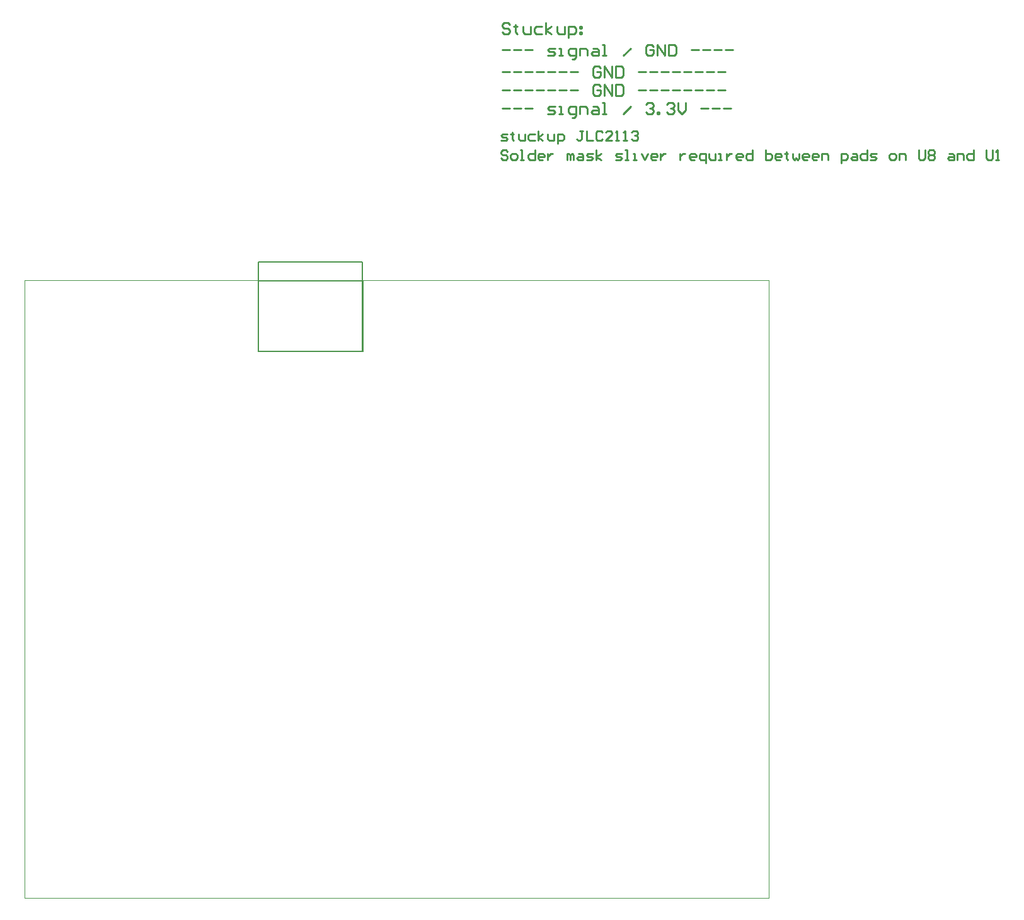
<source format=gm1>
G04*
G04 #@! TF.GenerationSoftware,Altium Limited,Altium Designer,19.0.9 (268)*
G04*
G04 Layer_Color=16711935*
%FSLAX25Y25*%
%MOIN*%
G70*
G01*
G75*
%ADD16C,0.01000*%
%ADD18C,0.00394*%
%ADD106C,0.00500*%
D16*
X256455Y135525D02*
X255456Y136525D01*
X253456D01*
X252457Y135525D01*
Y134525D01*
X253456Y133526D01*
X255456D01*
X256455Y132526D01*
Y131526D01*
X255456Y130526D01*
X253456D01*
X252457Y131526D01*
X259454Y135525D02*
Y134525D01*
X258455D01*
X260454D01*
X259454D01*
Y131526D01*
X260454Y130526D01*
X263453Y134525D02*
Y131526D01*
X264453Y130526D01*
X267452D01*
Y134525D01*
X273450D02*
X270451D01*
X269451Y133526D01*
Y131526D01*
X270451Y130526D01*
X273450D01*
X275449D02*
Y136525D01*
Y132526D02*
X278448Y134525D01*
X275449Y132526D02*
X278448Y130526D01*
X281447Y134525D02*
Y131526D01*
X282447Y130526D01*
X285446D01*
Y134525D01*
X287445Y128527D02*
Y134525D01*
X290444D01*
X291444Y133526D01*
Y131526D01*
X290444Y130526D01*
X287445D01*
X293443Y134525D02*
X294443D01*
Y133526D01*
X293443D01*
Y134525D01*
Y131526D02*
X294443D01*
Y130526D01*
X293443D01*
Y131526D01*
X252457Y121929D02*
X256455D01*
X258455D02*
X262454D01*
X264453D02*
X268451D01*
X276449Y118930D02*
X279448D01*
X280448Y119929D01*
X279448Y120929D01*
X277449D01*
X276449Y121929D01*
X277449Y122928D01*
X280448D01*
X282447Y118930D02*
X284446D01*
X283447D01*
Y122928D01*
X282447D01*
X289445Y116930D02*
X290444D01*
X291444Y117930D01*
Y122928D01*
X288445D01*
X287445Y121929D01*
Y119929D01*
X288445Y118930D01*
X291444D01*
X293443D02*
Y122928D01*
X296443D01*
X297442Y121929D01*
Y118930D01*
X300441Y122928D02*
X302441D01*
X303440Y121929D01*
Y118930D01*
X300441D01*
X299442Y119929D01*
X300441Y120929D01*
X303440D01*
X305440Y118930D02*
X307439D01*
X306439D01*
Y124928D01*
X305440D01*
X316436Y118930D02*
X320435Y122928D01*
X332431Y123928D02*
X331431Y124928D01*
X329432D01*
X328432Y123928D01*
Y119929D01*
X329432Y118930D01*
X331431D01*
X332431Y119929D01*
Y121929D01*
X330432D01*
X334430Y118930D02*
Y124928D01*
X338429Y118930D01*
Y124928D01*
X340428D02*
Y118930D01*
X343427D01*
X344427Y119929D01*
Y123928D01*
X343427Y124928D01*
X340428D01*
X352424Y121929D02*
X356423D01*
X358422D02*
X362421D01*
X364421D02*
X368419D01*
X370419D02*
X374417D01*
X252457Y110331D02*
X256455D01*
X258455D02*
X262454D01*
X264453D02*
X268451D01*
X270451D02*
X274450D01*
X276449D02*
X280448D01*
X282447D02*
X286446D01*
X288445D02*
X292444D01*
X304440Y112331D02*
X303440Y113330D01*
X301441D01*
X300441Y112331D01*
Y108332D01*
X301441Y107333D01*
X303440D01*
X304440Y108332D01*
Y110331D01*
X302441D01*
X306439Y107333D02*
Y113330D01*
X310438Y107333D01*
Y113330D01*
X312437D02*
Y107333D01*
X315436D01*
X316436Y108332D01*
Y112331D01*
X315436Y113330D01*
X312437D01*
X324433Y110331D02*
X328432D01*
X330432D02*
X334430D01*
X336430D02*
X340428D01*
X342428D02*
X346426D01*
X348426D02*
X352424D01*
X354424D02*
X358422D01*
X360422D02*
X364421D01*
X366420D02*
X370419D01*
X252457Y100734D02*
X256455D01*
X258455D02*
X262454D01*
X264453D02*
X268451D01*
X270451D02*
X274450D01*
X276449D02*
X280448D01*
X282447D02*
X286446D01*
X288445D02*
X292444D01*
X304440Y102733D02*
X303440Y103733D01*
X301441D01*
X300441Y102733D01*
Y98734D01*
X301441Y97735D01*
X303440D01*
X304440Y98734D01*
Y100734D01*
X302441D01*
X306439Y97735D02*
Y103733D01*
X310438Y97735D01*
Y103733D01*
X312437D02*
Y97735D01*
X315436D01*
X316436Y98734D01*
Y102733D01*
X315436Y103733D01*
X312437D01*
X324433Y100734D02*
X328432D01*
X330432D02*
X334430D01*
X336430D02*
X340428D01*
X342428D02*
X346426D01*
X348426D02*
X352424D01*
X354424D02*
X358422D01*
X360422D02*
X364421D01*
X366420D02*
X370419D01*
X252457Y91136D02*
X256455D01*
X258455D02*
X262454D01*
X264453D02*
X268451D01*
X276449Y88137D02*
X279448D01*
X280448Y89137D01*
X279448Y90136D01*
X277449D01*
X276449Y91136D01*
X277449Y92136D01*
X280448D01*
X282447Y88137D02*
X284446D01*
X283447D01*
Y92136D01*
X282447D01*
X289445Y86138D02*
X290444D01*
X291444Y87138D01*
Y92136D01*
X288445D01*
X287445Y91136D01*
Y89137D01*
X288445Y88137D01*
X291444D01*
X293443D02*
Y92136D01*
X296443D01*
X297442Y91136D01*
Y88137D01*
X300441Y92136D02*
X302441D01*
X303440Y91136D01*
Y88137D01*
X300441D01*
X299442Y89137D01*
X300441Y90136D01*
X303440D01*
X305440Y88137D02*
X307439D01*
X306439D01*
Y94135D01*
X305440D01*
X316436Y88137D02*
X320435Y92136D01*
X328432Y93135D02*
X329432Y94135D01*
X331431D01*
X332431Y93135D01*
Y92136D01*
X331431Y91136D01*
X330432D01*
X331431D01*
X332431Y90136D01*
Y89137D01*
X331431Y88137D01*
X329432D01*
X328432Y89137D01*
X334430Y88137D02*
Y89137D01*
X335430D01*
Y88137D01*
X334430D01*
X339428Y93135D02*
X340428Y94135D01*
X342428D01*
X343427Y93135D01*
Y92136D01*
X342428Y91136D01*
X341428D01*
X342428D01*
X343427Y90136D01*
Y89137D01*
X342428Y88137D01*
X340428D01*
X339428Y89137D01*
X345427Y94135D02*
Y90136D01*
X347426Y88137D01*
X349425Y90136D01*
Y94135D01*
X357423Y91136D02*
X361421D01*
X363421D02*
X367420D01*
X369419D02*
X373418D01*
X251886Y74073D02*
X254444D01*
X255297Y74926D01*
X254444Y75778D01*
X252739D01*
X251886Y76631D01*
X252739Y77484D01*
X255297D01*
X257855Y78337D02*
Y77484D01*
X257002D01*
X258708D01*
X257855D01*
Y74926D01*
X258708Y74073D01*
X261266Y77484D02*
Y74926D01*
X262119Y74073D01*
X264677D01*
Y77484D01*
X269793D02*
X267235D01*
X266383Y76631D01*
Y74926D01*
X267235Y74073D01*
X269793D01*
X271499D02*
Y79189D01*
Y75778D02*
X274057Y77484D01*
X271499Y75778D02*
X274057Y74073D01*
X276615Y77484D02*
Y74926D01*
X277468Y74073D01*
X280026D01*
Y77484D01*
X281732Y72367D02*
Y77484D01*
X284290D01*
X285143Y76631D01*
Y74926D01*
X284290Y74073D01*
X281732D01*
X295376Y79189D02*
X293670D01*
X294523D01*
Y74926D01*
X293670Y74073D01*
X292817D01*
X291965Y74926D01*
X297081Y79189D02*
Y74073D01*
X300492D01*
X305609Y78337D02*
X304756Y79189D01*
X303050D01*
X302198Y78337D01*
Y74926D01*
X303050Y74073D01*
X304756D01*
X305609Y74926D01*
X310725Y74073D02*
X307314D01*
X310725Y77484D01*
Y78337D01*
X309872Y79189D01*
X308167D01*
X307314Y78337D01*
X312431Y74073D02*
X314136D01*
X313283D01*
Y79189D01*
X312431Y78337D01*
X316694Y74073D02*
X318400D01*
X317547D01*
Y79189D01*
X316694Y78337D01*
X320958D02*
X321811Y79189D01*
X323516D01*
X324369Y78337D01*
Y77484D01*
X323516Y76631D01*
X322663D01*
X323516D01*
X324369Y75778D01*
Y74926D01*
X323516Y74073D01*
X321811D01*
X320958Y74926D01*
X255297Y68091D02*
X254444Y68944D01*
X252739D01*
X251886Y68091D01*
Y67238D01*
X252739Y66386D01*
X254444D01*
X255297Y65533D01*
Y64680D01*
X254444Y63828D01*
X252739D01*
X251886Y64680D01*
X257855Y63828D02*
X259560D01*
X260413Y64680D01*
Y66386D01*
X259560Y67238D01*
X257855D01*
X257002Y66386D01*
Y64680D01*
X257855Y63828D01*
X262119D02*
X263824D01*
X262971D01*
Y68944D01*
X262119D01*
X269793D02*
Y63828D01*
X267235D01*
X266383Y64680D01*
Y66386D01*
X267235Y67238D01*
X269793D01*
X274057Y63828D02*
X272352D01*
X271499Y64680D01*
Y66386D01*
X272352Y67238D01*
X274057D01*
X274910Y66386D01*
Y65533D01*
X271499D01*
X276615Y67238D02*
Y63828D01*
Y65533D01*
X277468Y66386D01*
X278321Y67238D01*
X279174D01*
X286848Y63828D02*
Y67238D01*
X287701D01*
X288554Y66386D01*
Y63828D01*
Y66386D01*
X289406Y67238D01*
X290259Y66386D01*
Y63828D01*
X292817Y67238D02*
X294523D01*
X295376Y66386D01*
Y63828D01*
X292817D01*
X291965Y64680D01*
X292817Y65533D01*
X295376D01*
X297081Y63828D02*
X299639D01*
X300492Y64680D01*
X299639Y65533D01*
X297934D01*
X297081Y66386D01*
X297934Y67238D01*
X300492D01*
X302198Y63828D02*
Y68944D01*
Y65533D02*
X304756Y67238D01*
X302198Y65533D02*
X304756Y63828D01*
X312431D02*
X314989D01*
X315842Y64680D01*
X314989Y65533D01*
X313283D01*
X312431Y66386D01*
X313283Y67238D01*
X315842D01*
X317547Y63828D02*
X319253D01*
X318400D01*
Y68944D01*
X317547D01*
X321811Y63828D02*
X323516D01*
X322663D01*
Y67238D01*
X321811D01*
X326075D02*
X327780Y63828D01*
X329485Y67238D01*
X333749Y63828D02*
X332044D01*
X331191Y64680D01*
Y66386D01*
X332044Y67238D01*
X333749D01*
X334602Y66386D01*
Y65533D01*
X331191D01*
X336307Y67238D02*
Y63828D01*
Y65533D01*
X337160Y66386D01*
X338013Y67238D01*
X338866D01*
X346540D02*
Y63828D01*
Y65533D01*
X347393Y66386D01*
X348246Y67238D01*
X349098D01*
X354215Y63828D02*
X352509D01*
X351657Y64680D01*
Y66386D01*
X352509Y67238D01*
X354215D01*
X355068Y66386D01*
Y65533D01*
X351657D01*
X360184Y62122D02*
Y67238D01*
X357626D01*
X356773Y66386D01*
Y64680D01*
X357626Y63828D01*
X360184D01*
X361890Y67238D02*
Y64680D01*
X362742Y63828D01*
X365301D01*
Y67238D01*
X367006Y63828D02*
X368712D01*
X367859D01*
Y67238D01*
X367006D01*
X371270D02*
Y63828D01*
Y65533D01*
X372123Y66386D01*
X372975Y67238D01*
X373828D01*
X378945Y63828D02*
X377239D01*
X376386Y64680D01*
Y66386D01*
X377239Y67238D01*
X378945D01*
X379797Y66386D01*
Y65533D01*
X376386D01*
X384914Y68944D02*
Y63828D01*
X382355D01*
X381503Y64680D01*
Y66386D01*
X382355Y67238D01*
X384914D01*
X391736Y68944D02*
Y63828D01*
X394294D01*
X395147Y64680D01*
Y65533D01*
Y66386D01*
X394294Y67238D01*
X391736D01*
X399410Y63828D02*
X397705D01*
X396852Y64680D01*
Y66386D01*
X397705Y67238D01*
X399410D01*
X400263Y66386D01*
Y65533D01*
X396852D01*
X402821Y68091D02*
Y67238D01*
X401969D01*
X403674D01*
X402821D01*
Y64680D01*
X403674Y63828D01*
X406232Y67238D02*
Y64680D01*
X407085Y63828D01*
X407938Y64680D01*
X408791Y63828D01*
X409643Y64680D01*
Y67238D01*
X413907Y63828D02*
X412201D01*
X411349Y64680D01*
Y66386D01*
X412201Y67238D01*
X413907D01*
X414760Y66386D01*
Y65533D01*
X411349D01*
X419024Y63828D02*
X417318D01*
X416465Y64680D01*
Y66386D01*
X417318Y67238D01*
X419024D01*
X419876Y66386D01*
Y65533D01*
X416465D01*
X421582Y63828D02*
Y67238D01*
X424140D01*
X424993Y66386D01*
Y63828D01*
X431815Y62122D02*
Y67238D01*
X434373D01*
X435226Y66386D01*
Y64680D01*
X434373Y63828D01*
X431815D01*
X437784Y67238D02*
X439489D01*
X440342Y66386D01*
Y63828D01*
X437784D01*
X436931Y64680D01*
X437784Y65533D01*
X440342D01*
X445459Y68944D02*
Y63828D01*
X442900D01*
X442048Y64680D01*
Y66386D01*
X442900Y67238D01*
X445459D01*
X447164Y63828D02*
X449722D01*
X450575Y64680D01*
X449722Y65533D01*
X448017D01*
X447164Y66386D01*
X448017Y67238D01*
X450575D01*
X458250Y63828D02*
X459955D01*
X460808Y64680D01*
Y66386D01*
X459955Y67238D01*
X458250D01*
X457397Y66386D01*
Y64680D01*
X458250Y63828D01*
X462513D02*
Y67238D01*
X465072D01*
X465924Y66386D01*
Y63828D01*
X472746Y68944D02*
Y64680D01*
X473599Y63828D01*
X475305D01*
X476157Y64680D01*
Y68944D01*
X477863Y68091D02*
X478716Y68944D01*
X480421D01*
X481274Y68091D01*
Y67238D01*
X480421Y66386D01*
X481274Y65533D01*
Y64680D01*
X480421Y63828D01*
X478716D01*
X477863Y64680D01*
Y65533D01*
X478716Y66386D01*
X477863Y67238D01*
Y68091D01*
X478716Y66386D02*
X480421D01*
X488948Y67238D02*
X490654D01*
X491507Y66386D01*
Y63828D01*
X488948D01*
X488096Y64680D01*
X488948Y65533D01*
X491507D01*
X493212Y63828D02*
Y67238D01*
X495770D01*
X496623Y66386D01*
Y63828D01*
X501740Y68944D02*
Y63828D01*
X499181D01*
X498329Y64680D01*
Y66386D01*
X499181Y67238D01*
X501740D01*
X508562Y68944D02*
Y64680D01*
X509414Y63828D01*
X511120D01*
X511973Y64680D01*
Y68944D01*
X513678Y63828D02*
X515383D01*
X514531D01*
Y68944D01*
X513678Y68091D01*
D18*
X-0Y-326772D02*
X393701Y-326772D01*
X178740Y0D02*
X393701Y0D01*
X0D02*
X123386Y-0D01*
X123386Y-37480D02*
X178740Y-37480D01*
X393701Y-326772D02*
X393701Y0D01*
X-0Y-326772D02*
X0Y0D01*
X178740Y-37480D02*
X178740Y0D01*
X123386Y-37480D02*
X123386Y-0D01*
D106*
X123504Y-37638D02*
X178622D01*
Y-37638D02*
Y9606D01*
X123504Y-37638D02*
Y9606D01*
X178622D01*
X123504Y-236D02*
X178622D01*
M02*

</source>
